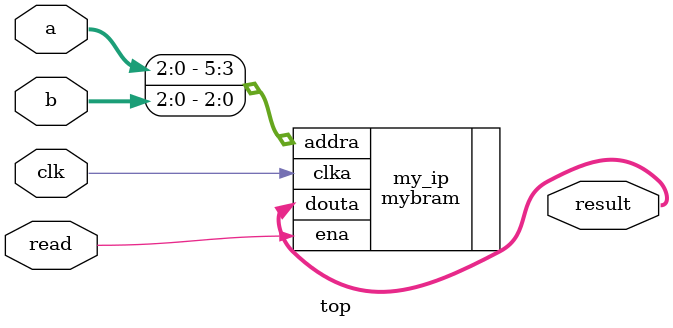
<source format=v>
`timescale 1ns / 100ps


module top(
	input clk,
	input [2:0] a,
	input [2:0] b,
	input read,
	output [5:0] result
	);

mybram my_ip (
  .clka(clk),    // input wire clka
  .ena(read),      // input wire ena
  .addra({a, b}),  // input wire [5 : 0] addra
  .douta(result)  // output wire [5 : 0] douta
);


endmodule


</source>
